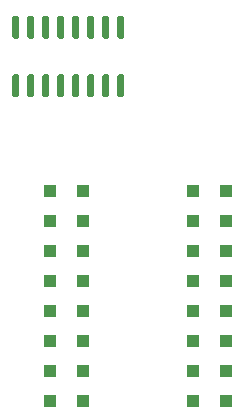
<source format=gtp>
%TF.GenerationSoftware,KiCad,Pcbnew,(5.1.9)-1*%
%TF.CreationDate,2021-08-11T21:42:47+01:00*%
%TF.ProjectId,Keymatrix,4b65796d-6174-4726-9978-2e6b69636164,rev?*%
%TF.SameCoordinates,Original*%
%TF.FileFunction,Paste,Top*%
%TF.FilePolarity,Positive*%
%FSLAX46Y46*%
G04 Gerber Fmt 4.6, Leading zero omitted, Abs format (unit mm)*
G04 Created by KiCad (PCBNEW (5.1.9)-1) date 2021-08-11 21:42:47*
%MOMM*%
%LPD*%
G01*
G04 APERTURE LIST*
%ADD10R,1.100000X1.100000*%
G04 APERTURE END LIST*
D10*
%TO.C,D16*%
X40540000Y-63500000D03*
X43340000Y-63500000D03*
%TD*%
%TO.C,D15*%
X28475000Y-63500000D03*
X31275000Y-63500000D03*
%TD*%
%TO.C,D14*%
X40540000Y-60960000D03*
X43340000Y-60960000D03*
%TD*%
%TO.C,D13*%
X28475000Y-60960000D03*
X31275000Y-60960000D03*
%TD*%
%TO.C,D12*%
X40540000Y-58420000D03*
X43340000Y-58420000D03*
%TD*%
%TO.C,D11*%
X28475000Y-58420000D03*
X31275000Y-58420000D03*
%TD*%
%TO.C,D10*%
X40540000Y-55880000D03*
X43340000Y-55880000D03*
%TD*%
%TO.C,D9*%
X28475000Y-55880000D03*
X31275000Y-55880000D03*
%TD*%
%TO.C,D8*%
X40540000Y-53340000D03*
X43340000Y-53340000D03*
%TD*%
%TO.C,D7*%
X28475000Y-53340000D03*
X31275000Y-53340000D03*
%TD*%
%TO.C,D6*%
X40540000Y-50800000D03*
X43340000Y-50800000D03*
%TD*%
%TO.C,D5*%
X28475000Y-50800000D03*
X31275000Y-50800000D03*
%TD*%
%TO.C,D4*%
X40540000Y-48260000D03*
X43340000Y-48260000D03*
%TD*%
%TO.C,D3*%
X28475000Y-48260000D03*
X31275000Y-48260000D03*
%TD*%
%TO.C,D2*%
X40540000Y-45720000D03*
X43340000Y-45720000D03*
%TD*%
%TO.C,D1*%
X28475000Y-45720000D03*
X31275000Y-45720000D03*
%TD*%
%TO.C,U1*%
G36*
G01*
X25705000Y-37825000D02*
X25405000Y-37825000D01*
G75*
G02*
X25255000Y-37675000I0J150000D01*
G01*
X25255000Y-36025000D01*
G75*
G02*
X25405000Y-35875000I150000J0D01*
G01*
X25705000Y-35875000D01*
G75*
G02*
X25855000Y-36025000I0J-150000D01*
G01*
X25855000Y-37675000D01*
G75*
G02*
X25705000Y-37825000I-150000J0D01*
G01*
G37*
G36*
G01*
X26975000Y-37825000D02*
X26675000Y-37825000D01*
G75*
G02*
X26525000Y-37675000I0J150000D01*
G01*
X26525000Y-36025000D01*
G75*
G02*
X26675000Y-35875000I150000J0D01*
G01*
X26975000Y-35875000D01*
G75*
G02*
X27125000Y-36025000I0J-150000D01*
G01*
X27125000Y-37675000D01*
G75*
G02*
X26975000Y-37825000I-150000J0D01*
G01*
G37*
G36*
G01*
X28245000Y-37825000D02*
X27945000Y-37825000D01*
G75*
G02*
X27795000Y-37675000I0J150000D01*
G01*
X27795000Y-36025000D01*
G75*
G02*
X27945000Y-35875000I150000J0D01*
G01*
X28245000Y-35875000D01*
G75*
G02*
X28395000Y-36025000I0J-150000D01*
G01*
X28395000Y-37675000D01*
G75*
G02*
X28245000Y-37825000I-150000J0D01*
G01*
G37*
G36*
G01*
X29515000Y-37825000D02*
X29215000Y-37825000D01*
G75*
G02*
X29065000Y-37675000I0J150000D01*
G01*
X29065000Y-36025000D01*
G75*
G02*
X29215000Y-35875000I150000J0D01*
G01*
X29515000Y-35875000D01*
G75*
G02*
X29665000Y-36025000I0J-150000D01*
G01*
X29665000Y-37675000D01*
G75*
G02*
X29515000Y-37825000I-150000J0D01*
G01*
G37*
G36*
G01*
X30785000Y-37825000D02*
X30485000Y-37825000D01*
G75*
G02*
X30335000Y-37675000I0J150000D01*
G01*
X30335000Y-36025000D01*
G75*
G02*
X30485000Y-35875000I150000J0D01*
G01*
X30785000Y-35875000D01*
G75*
G02*
X30935000Y-36025000I0J-150000D01*
G01*
X30935000Y-37675000D01*
G75*
G02*
X30785000Y-37825000I-150000J0D01*
G01*
G37*
G36*
G01*
X32055000Y-37825000D02*
X31755000Y-37825000D01*
G75*
G02*
X31605000Y-37675000I0J150000D01*
G01*
X31605000Y-36025000D01*
G75*
G02*
X31755000Y-35875000I150000J0D01*
G01*
X32055000Y-35875000D01*
G75*
G02*
X32205000Y-36025000I0J-150000D01*
G01*
X32205000Y-37675000D01*
G75*
G02*
X32055000Y-37825000I-150000J0D01*
G01*
G37*
G36*
G01*
X33325000Y-37825000D02*
X33025000Y-37825000D01*
G75*
G02*
X32875000Y-37675000I0J150000D01*
G01*
X32875000Y-36025000D01*
G75*
G02*
X33025000Y-35875000I150000J0D01*
G01*
X33325000Y-35875000D01*
G75*
G02*
X33475000Y-36025000I0J-150000D01*
G01*
X33475000Y-37675000D01*
G75*
G02*
X33325000Y-37825000I-150000J0D01*
G01*
G37*
G36*
G01*
X34595000Y-37825000D02*
X34295000Y-37825000D01*
G75*
G02*
X34145000Y-37675000I0J150000D01*
G01*
X34145000Y-36025000D01*
G75*
G02*
X34295000Y-35875000I150000J0D01*
G01*
X34595000Y-35875000D01*
G75*
G02*
X34745000Y-36025000I0J-150000D01*
G01*
X34745000Y-37675000D01*
G75*
G02*
X34595000Y-37825000I-150000J0D01*
G01*
G37*
G36*
G01*
X34595000Y-32875000D02*
X34295000Y-32875000D01*
G75*
G02*
X34145000Y-32725000I0J150000D01*
G01*
X34145000Y-31075000D01*
G75*
G02*
X34295000Y-30925000I150000J0D01*
G01*
X34595000Y-30925000D01*
G75*
G02*
X34745000Y-31075000I0J-150000D01*
G01*
X34745000Y-32725000D01*
G75*
G02*
X34595000Y-32875000I-150000J0D01*
G01*
G37*
G36*
G01*
X33325000Y-32875000D02*
X33025000Y-32875000D01*
G75*
G02*
X32875000Y-32725000I0J150000D01*
G01*
X32875000Y-31075000D01*
G75*
G02*
X33025000Y-30925000I150000J0D01*
G01*
X33325000Y-30925000D01*
G75*
G02*
X33475000Y-31075000I0J-150000D01*
G01*
X33475000Y-32725000D01*
G75*
G02*
X33325000Y-32875000I-150000J0D01*
G01*
G37*
G36*
G01*
X32055000Y-32875000D02*
X31755000Y-32875000D01*
G75*
G02*
X31605000Y-32725000I0J150000D01*
G01*
X31605000Y-31075000D01*
G75*
G02*
X31755000Y-30925000I150000J0D01*
G01*
X32055000Y-30925000D01*
G75*
G02*
X32205000Y-31075000I0J-150000D01*
G01*
X32205000Y-32725000D01*
G75*
G02*
X32055000Y-32875000I-150000J0D01*
G01*
G37*
G36*
G01*
X30785000Y-32875000D02*
X30485000Y-32875000D01*
G75*
G02*
X30335000Y-32725000I0J150000D01*
G01*
X30335000Y-31075000D01*
G75*
G02*
X30485000Y-30925000I150000J0D01*
G01*
X30785000Y-30925000D01*
G75*
G02*
X30935000Y-31075000I0J-150000D01*
G01*
X30935000Y-32725000D01*
G75*
G02*
X30785000Y-32875000I-150000J0D01*
G01*
G37*
G36*
G01*
X29515000Y-32875000D02*
X29215000Y-32875000D01*
G75*
G02*
X29065000Y-32725000I0J150000D01*
G01*
X29065000Y-31075000D01*
G75*
G02*
X29215000Y-30925000I150000J0D01*
G01*
X29515000Y-30925000D01*
G75*
G02*
X29665000Y-31075000I0J-150000D01*
G01*
X29665000Y-32725000D01*
G75*
G02*
X29515000Y-32875000I-150000J0D01*
G01*
G37*
G36*
G01*
X28245000Y-32875000D02*
X27945000Y-32875000D01*
G75*
G02*
X27795000Y-32725000I0J150000D01*
G01*
X27795000Y-31075000D01*
G75*
G02*
X27945000Y-30925000I150000J0D01*
G01*
X28245000Y-30925000D01*
G75*
G02*
X28395000Y-31075000I0J-150000D01*
G01*
X28395000Y-32725000D01*
G75*
G02*
X28245000Y-32875000I-150000J0D01*
G01*
G37*
G36*
G01*
X26975000Y-32875000D02*
X26675000Y-32875000D01*
G75*
G02*
X26525000Y-32725000I0J150000D01*
G01*
X26525000Y-31075000D01*
G75*
G02*
X26675000Y-30925000I150000J0D01*
G01*
X26975000Y-30925000D01*
G75*
G02*
X27125000Y-31075000I0J-150000D01*
G01*
X27125000Y-32725000D01*
G75*
G02*
X26975000Y-32875000I-150000J0D01*
G01*
G37*
G36*
G01*
X25705000Y-32875000D02*
X25405000Y-32875000D01*
G75*
G02*
X25255000Y-32725000I0J150000D01*
G01*
X25255000Y-31075000D01*
G75*
G02*
X25405000Y-30925000I150000J0D01*
G01*
X25705000Y-30925000D01*
G75*
G02*
X25855000Y-31075000I0J-150000D01*
G01*
X25855000Y-32725000D01*
G75*
G02*
X25705000Y-32875000I-150000J0D01*
G01*
G37*
%TD*%
M02*

</source>
